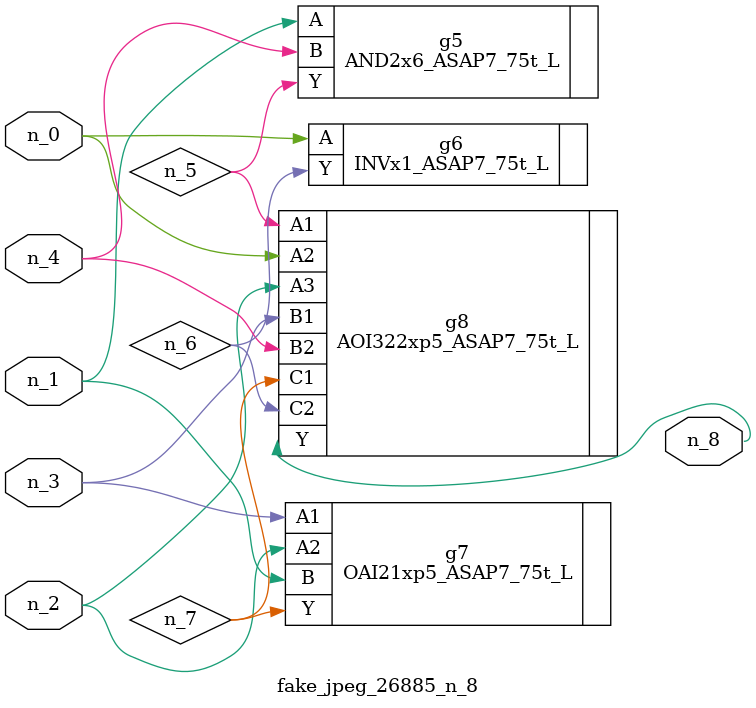
<source format=v>
module fake_jpeg_26885_n_8 (n_3, n_2, n_1, n_0, n_4, n_8);

input n_3;
input n_2;
input n_1;
input n_0;
input n_4;

output n_8;

wire n_6;
wire n_5;
wire n_7;

AND2x6_ASAP7_75t_L g5 ( 
.A(n_1),
.B(n_4),
.Y(n_5)
);

INVx1_ASAP7_75t_L g6 ( 
.A(n_0),
.Y(n_6)
);

OAI21xp5_ASAP7_75t_L g7 ( 
.A1(n_3),
.A2(n_2),
.B(n_1),
.Y(n_7)
);

AOI322xp5_ASAP7_75t_L g8 ( 
.A1(n_5),
.A2(n_0),
.A3(n_2),
.B1(n_3),
.B2(n_4),
.C1(n_7),
.C2(n_6),
.Y(n_8)
);


endmodule
</source>
